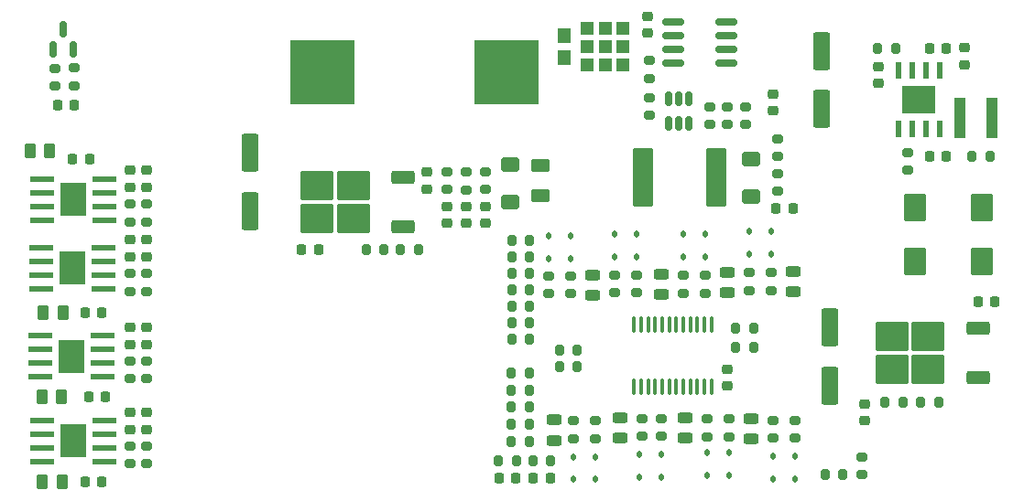
<source format=gbr>
%TF.GenerationSoftware,KiCad,Pcbnew,7.0.2*%
%TF.CreationDate,2023-07-18T21:54:39+02:00*%
%TF.ProjectId,RocciShield,526f6363-6953-4686-9965-6c642e6b6963,rev?*%
%TF.SameCoordinates,Original*%
%TF.FileFunction,Paste,Top*%
%TF.FilePolarity,Positive*%
%FSLAX46Y46*%
G04 Gerber Fmt 4.6, Leading zero omitted, Abs format (unit mm)*
G04 Created by KiCad (PCBNEW 7.0.2) date 2023-07-18 21:54:39*
%MOMM*%
%LPD*%
G01*
G04 APERTURE LIST*
G04 Aperture macros list*
%AMRoundRect*
0 Rectangle with rounded corners*
0 $1 Rounding radius*
0 $2 $3 $4 $5 $6 $7 $8 $9 X,Y pos of 4 corners*
0 Add a 4 corners polygon primitive as box body*
4,1,4,$2,$3,$4,$5,$6,$7,$8,$9,$2,$3,0*
0 Add four circle primitives for the rounded corners*
1,1,$1+$1,$2,$3*
1,1,$1+$1,$4,$5*
1,1,$1+$1,$6,$7*
1,1,$1+$1,$8,$9*
0 Add four rect primitives between the rounded corners*
20,1,$1+$1,$2,$3,$4,$5,0*
20,1,$1+$1,$4,$5,$6,$7,0*
20,1,$1+$1,$6,$7,$8,$9,0*
20,1,$1+$1,$8,$9,$2,$3,0*%
G04 Aperture macros list end*
%ADD10RoundRect,0.218750X0.256250X-0.218750X0.256250X0.218750X-0.256250X0.218750X-0.256250X-0.218750X0*%
%ADD11RoundRect,0.200000X0.275000X-0.200000X0.275000X0.200000X-0.275000X0.200000X-0.275000X-0.200000X0*%
%ADD12RoundRect,0.250000X0.850000X0.350000X-0.850000X0.350000X-0.850000X-0.350000X0.850000X-0.350000X0*%
%ADD13RoundRect,0.250000X1.275000X1.125000X-1.275000X1.125000X-1.275000X-1.125000X1.275000X-1.125000X0*%
%ADD14RoundRect,0.225000X-0.250000X0.225000X-0.250000X-0.225000X0.250000X-0.225000X0.250000X0.225000X0*%
%ADD15RoundRect,0.225000X-0.225000X-0.250000X0.225000X-0.250000X0.225000X0.250000X-0.225000X0.250000X0*%
%ADD16RoundRect,0.112500X-0.112500X0.187500X-0.112500X-0.187500X0.112500X-0.187500X0.112500X0.187500X0*%
%ADD17R,1.100000X3.700000*%
%ADD18RoundRect,0.250000X0.787500X1.025000X-0.787500X1.025000X-0.787500X-1.025000X0.787500X-1.025000X0*%
%ADD19RoundRect,0.100000X-0.100000X0.637500X-0.100000X-0.637500X0.100000X-0.637500X0.100000X0.637500X0*%
%ADD20RoundRect,0.200000X0.200000X0.275000X-0.200000X0.275000X-0.200000X-0.275000X0.200000X-0.275000X0*%
%ADD21RoundRect,0.150000X0.150000X-0.512500X0.150000X0.512500X-0.150000X0.512500X-0.150000X-0.512500X0*%
%ADD22RoundRect,0.112500X0.112500X-0.187500X0.112500X0.187500X-0.112500X0.187500X-0.112500X-0.187500X0*%
%ADD23RoundRect,0.200000X-0.275000X0.200000X-0.275000X-0.200000X0.275000X-0.200000X0.275000X0.200000X0*%
%ADD24RoundRect,0.250000X-0.550000X1.500000X-0.550000X-1.500000X0.550000X-1.500000X0.550000X1.500000X0*%
%ADD25RoundRect,0.218750X-0.256250X0.218750X-0.256250X-0.218750X0.256250X-0.218750X0.256250X0.218750X0*%
%ADD26RoundRect,0.200000X-0.200000X-0.275000X0.200000X-0.275000X0.200000X0.275000X-0.200000X0.275000X0*%
%ADD27RoundRect,0.250000X0.712500X2.475000X-0.712500X2.475000X-0.712500X-2.475000X0.712500X-2.475000X0*%
%ADD28RoundRect,0.250000X-0.262500X-0.450000X0.262500X-0.450000X0.262500X0.450000X-0.262500X0.450000X0*%
%ADD29RoundRect,0.243750X-0.456250X0.243750X-0.456250X-0.243750X0.456250X-0.243750X0.456250X0.243750X0*%
%ADD30RoundRect,0.218750X0.218750X0.256250X-0.218750X0.256250X-0.218750X-0.256250X0.218750X-0.256250X0*%
%ADD31RoundRect,0.243750X0.456250X-0.243750X0.456250X0.243750X-0.456250X0.243750X-0.456250X-0.243750X0*%
%ADD32RoundRect,0.225000X0.250000X-0.225000X0.250000X0.225000X-0.250000X0.225000X-0.250000X-0.225000X0*%
%ADD33RoundRect,0.250000X0.600000X-0.400000X0.600000X0.400000X-0.600000X0.400000X-0.600000X-0.400000X0*%
%ADD34RoundRect,0.225000X0.225000X0.250000X-0.225000X0.250000X-0.225000X-0.250000X0.225000X-0.250000X0*%
%ADD35R,1.200000X1.250000*%
%ADD36R,1.270000X1.400000*%
%ADD37R,2.200000X0.500000*%
%ADD38R,2.400000X3.100000*%
%ADD39RoundRect,0.150000X-0.825000X-0.150000X0.825000X-0.150000X0.825000X0.150000X-0.825000X0.150000X0*%
%ADD40RoundRect,0.250000X0.625000X-0.375000X0.625000X0.375000X-0.625000X0.375000X-0.625000X-0.375000X0*%
%ADD41RoundRect,0.250000X0.550000X-1.500000X0.550000X1.500000X-0.550000X1.500000X-0.550000X-1.500000X0*%
%ADD42RoundRect,0.150000X0.150000X-0.587500X0.150000X0.587500X-0.150000X0.587500X-0.150000X-0.587500X0*%
%ADD43R,6.000000X6.000000*%
%ADD44R,3.100000X2.600000*%
%ADD45R,0.600000X1.550000*%
G04 APERTURE END LIST*
D10*
%TO.C,D13*%
X130850000Y-119500000D03*
X130850000Y-121075000D03*
%TD*%
D11*
%TO.C,R44*%
X130850000Y-114735500D03*
X130850000Y-116385500D03*
%TD*%
D12*
%TO.C,U2*%
X209203000Y-116279000D03*
D13*
X204578000Y-115524000D03*
X204578000Y-112474000D03*
X201228000Y-115524000D03*
X201228000Y-112474000D03*
D12*
X209203000Y-111719000D03*
%TD*%
D14*
%TO.C,C7*%
X199978000Y-87499000D03*
X199978000Y-89049000D03*
%TD*%
D15*
%TO.C,C19*%
X168103000Y-125624000D03*
X169653000Y-125624000D03*
%TD*%
D16*
%TO.C,D11*%
X169544500Y-103154500D03*
X169544500Y-105254500D03*
%TD*%
D11*
%TO.C,R59*%
X130850000Y-106631000D03*
X130850000Y-108281000D03*
%TD*%
D17*
%TO.C,L1*%
X207478000Y-92274000D03*
X210478000Y-92274000D03*
%TD*%
D18*
%TO.C,C4*%
X209590500Y-105524000D03*
X203365500Y-105524000D03*
%TD*%
D19*
%TO.C,U5*%
X184549500Y-111371000D03*
X183899500Y-111371000D03*
X183249500Y-111371000D03*
X182599500Y-111371000D03*
X181949500Y-111371000D03*
X181299500Y-111371000D03*
X180649500Y-111371000D03*
X179999500Y-111371000D03*
X179349500Y-111371000D03*
X178699500Y-111371000D03*
X178049500Y-111371000D03*
X177399500Y-111371000D03*
X177399500Y-117096000D03*
X178049500Y-117096000D03*
X178699500Y-117096000D03*
X179349500Y-117096000D03*
X179999500Y-117096000D03*
X180649500Y-117096000D03*
X181299500Y-117096000D03*
X181949500Y-117096000D03*
X182599500Y-117096000D03*
X183249500Y-117096000D03*
X183899500Y-117096000D03*
X184549500Y-117096000D03*
%TD*%
D20*
%TO.C,R34*%
X167749500Y-103548500D03*
X166099500Y-103548500D03*
%TD*%
%TO.C,R3*%
X167749500Y-112692500D03*
X166099500Y-112692500D03*
%TD*%
D14*
%TO.C,C10*%
X198728000Y-118749000D03*
X198728000Y-120299000D03*
%TD*%
D21*
%TO.C,U4*%
X180558000Y-92760000D03*
X181508000Y-92760000D03*
X182458000Y-92760000D03*
X182458000Y-90485000D03*
X181508000Y-90485000D03*
X180558000Y-90485000D03*
%TD*%
D22*
%TO.C,D25*%
X184164000Y-125349500D03*
X184164000Y-123249500D03*
%TD*%
D23*
%TO.C,R62*%
X192292000Y-120222000D03*
X192292000Y-121872000D03*
%TD*%
D20*
%TO.C,R50*%
X167703000Y-122224000D03*
X166053000Y-122224000D03*
%TD*%
D11*
%TO.C,R22*%
X177672500Y-108410000D03*
X177672500Y-106760000D03*
%TD*%
D24*
%TO.C,C14*%
X141884400Y-95481000D03*
X141884400Y-100881000D03*
%TD*%
D10*
%TO.C,D18*%
X132374000Y-113211500D03*
X132374000Y-111636500D03*
%TD*%
D23*
%TO.C,R7*%
X202728000Y-95449000D03*
X202728000Y-97099000D03*
%TD*%
D25*
%TO.C,D23*%
X130850000Y-97100000D03*
X130850000Y-98675000D03*
%TD*%
%TO.C,D6*%
X160078000Y-100436500D03*
X160078000Y-102011500D03*
%TD*%
D20*
%TO.C,R5*%
X210303000Y-95774000D03*
X208653000Y-95774000D03*
%TD*%
D26*
%TO.C,R6*%
X199903000Y-85774000D03*
X201553000Y-85774000D03*
%TD*%
D15*
%TO.C,C3*%
X204703000Y-95774000D03*
X206253000Y-95774000D03*
%TD*%
D27*
%TO.C,F9*%
X185003000Y-97774000D03*
X178228000Y-97774000D03*
%TD*%
D28*
%TO.C,R45*%
X124484000Y-118086500D03*
X122659000Y-118086500D03*
%TD*%
D11*
%TO.C,R11*%
X181990500Y-108454500D03*
X181990500Y-106804500D03*
%TD*%
D22*
%TO.C,D30*%
X192292000Y-125653000D03*
X192292000Y-123553000D03*
%TD*%
D16*
%TO.C,D9*%
X175640500Y-103008000D03*
X175640500Y-105108000D03*
%TD*%
D15*
%TO.C,C20*%
X164903000Y-125624000D03*
X166453000Y-125624000D03*
%TD*%
D29*
%TO.C,F7*%
X176148500Y-119978500D03*
X176148500Y-121853500D03*
%TD*%
D30*
%TO.C,D17*%
X125665500Y-91024000D03*
X124090500Y-91024000D03*
%TD*%
D25*
%TO.C,D19*%
X130850000Y-111636500D03*
X130850000Y-113211500D03*
%TD*%
D23*
%TO.C,R29*%
X198478000Y-123624000D03*
X198478000Y-125274000D03*
%TD*%
D28*
%TO.C,R37*%
X124540500Y-125904000D03*
X122715500Y-125904000D03*
%TD*%
D10*
%TO.C,D28*%
X132374000Y-105107000D03*
X132374000Y-103532000D03*
%TD*%
D28*
%TO.C,R60*%
X124602000Y-110269500D03*
X122777000Y-110269500D03*
%TD*%
D25*
%TO.C,D14*%
X132374000Y-121075000D03*
X132374000Y-119500000D03*
%TD*%
D20*
%TO.C,R27*%
X167749500Y-106596500D03*
X166099500Y-106596500D03*
%TD*%
%TO.C,R33*%
X167749500Y-105072500D03*
X166099500Y-105072500D03*
%TD*%
D16*
%TO.C,D10*%
X177672500Y-102979000D03*
X177672500Y-105079000D03*
%TD*%
D25*
%TO.C,D7*%
X161878000Y-100436500D03*
X161878000Y-102011500D03*
%TD*%
D16*
%TO.C,D1*%
X188086500Y-102735500D03*
X188086500Y-104835500D03*
%TD*%
D11*
%TO.C,R35*%
X130850000Y-124249000D03*
X130850000Y-122599000D03*
%TD*%
D14*
%TO.C,C22*%
X190278000Y-90049000D03*
X190278000Y-91599000D03*
%TD*%
D11*
%TO.C,R2*%
X188086500Y-108200500D03*
X188086500Y-106550500D03*
%TD*%
D23*
%TO.C,R46*%
X178180500Y-120075500D03*
X178180500Y-121725500D03*
%TD*%
D11*
%TO.C,R65*%
X178780000Y-92002500D03*
X178780000Y-90352500D03*
%TD*%
D20*
%TO.C,R57*%
X167703000Y-119024000D03*
X166053000Y-119024000D03*
%TD*%
D25*
%TO.C,D8*%
X163678000Y-100436500D03*
X163678000Y-102011500D03*
%TD*%
D23*
%TO.C,R13*%
X187728000Y-91199000D03*
X187728000Y-92849000D03*
%TD*%
D31*
%TO.C,F5*%
X173608500Y-108630000D03*
X173608500Y-106755000D03*
%TD*%
D23*
%TO.C,R67*%
X190678000Y-94174000D03*
X190678000Y-95824000D03*
%TD*%
D20*
%TO.C,R24*%
X205546000Y-118570000D03*
X203896000Y-118570000D03*
%TD*%
D11*
%TO.C,R51*%
X132374000Y-101849000D03*
X132374000Y-100199000D03*
%TD*%
D28*
%TO.C,R53*%
X121555500Y-95264000D03*
X123380500Y-95264000D03*
%TD*%
D10*
%TO.C,D22*%
X132374000Y-98675000D03*
X132374000Y-97100000D03*
%TD*%
D11*
%TO.C,R58*%
X132374000Y-106631000D03*
X132374000Y-108281000D03*
%TD*%
D32*
%TO.C,C6*%
X186054500Y-117053500D03*
X186054500Y-115503500D03*
%TD*%
D33*
%TO.C,D26*%
X165978000Y-100024000D03*
X165978000Y-96524000D03*
%TD*%
D11*
%TO.C,R43*%
X132374000Y-114735500D03*
X132374000Y-116385500D03*
%TD*%
D23*
%TO.C,R26*%
X184368000Y-91199000D03*
X184368000Y-92849000D03*
%TD*%
D34*
%TO.C,C15*%
X128226000Y-125904000D03*
X126676000Y-125904000D03*
%TD*%
D29*
%TO.C,F8*%
X182132000Y-119981500D03*
X182132000Y-121856500D03*
%TD*%
D20*
%TO.C,R32*%
X196700000Y-125275000D03*
X195050000Y-125275000D03*
%TD*%
%TO.C,R56*%
X167703000Y-117424000D03*
X166053000Y-117424000D03*
%TD*%
D16*
%TO.C,D4*%
X181990500Y-103023500D03*
X181990500Y-105123500D03*
%TD*%
D22*
%TO.C,D31*%
X190260000Y-125653000D03*
X190260000Y-123553000D03*
%TD*%
D11*
%TO.C,R36*%
X132374000Y-124249000D03*
X132374000Y-122599000D03*
%TD*%
%TO.C,R42*%
X125665500Y-89246000D03*
X125665500Y-87596000D03*
%TD*%
D35*
%TO.C,D32*%
X173028000Y-87324000D03*
X174718000Y-87324000D03*
X176378000Y-87324000D03*
X173028000Y-85624000D03*
X174718000Y-85624000D03*
X176378000Y-85624000D03*
X173028000Y-83924000D03*
X174718000Y-83924000D03*
X176378000Y-83924000D03*
D36*
X170913000Y-86664000D03*
X170913000Y-84584000D03*
%TD*%
D23*
%TO.C,R66*%
X190678000Y-97374000D03*
X190678000Y-99024000D03*
%TD*%
D32*
%TO.C,C21*%
X207978000Y-87299000D03*
X207978000Y-85749000D03*
%TD*%
D31*
%TO.C,F1*%
X192150500Y-108313000D03*
X192150500Y-106438000D03*
%TD*%
D33*
%TO.C,D27*%
X188228000Y-99524000D03*
X188228000Y-96024000D03*
%TD*%
D20*
%TO.C,R9*%
X188466500Y-111693500D03*
X186816500Y-111693500D03*
%TD*%
D34*
%TO.C,C17*%
X127053000Y-96026000D03*
X125503000Y-96026000D03*
%TD*%
D12*
%TO.C,U3*%
X156078000Y-97744000D03*
D13*
X148103000Y-98499000D03*
X148103000Y-101549000D03*
X151453000Y-98499000D03*
X151453000Y-101549000D03*
D12*
X156078000Y-102304000D03*
%TD*%
D11*
%TO.C,R16*%
X160078000Y-98849000D03*
X160078000Y-97199000D03*
%TD*%
D16*
%TO.C,D12*%
X171576500Y-103154500D03*
X171576500Y-105254500D03*
%TD*%
D37*
%TO.C,U9*%
X128331000Y-104216500D03*
X128331000Y-105486500D03*
X128331000Y-106756500D03*
X128331000Y-108026500D03*
X122581000Y-108026500D03*
X122581000Y-106756500D03*
X122581000Y-105486500D03*
X122581000Y-104216500D03*
D38*
X125456000Y-106121500D03*
%TD*%
%TO.C,U7*%
X125404000Y-114306500D03*
D37*
X122529000Y-112401500D03*
X122529000Y-113671500D03*
X122529000Y-114941500D03*
X122529000Y-116211500D03*
X128279000Y-116211500D03*
X128279000Y-114941500D03*
X128279000Y-113671500D03*
X128279000Y-112401500D03*
%TD*%
D23*
%TO.C,R54*%
X184164000Y-120109500D03*
X184164000Y-121759500D03*
%TD*%
D15*
%TO.C,C9*%
X209228000Y-109274000D03*
X210778000Y-109274000D03*
%TD*%
D22*
%TO.C,D15*%
X173862500Y-125716000D03*
X173862500Y-123616000D03*
%TD*%
D11*
%TO.C,R30*%
X171576500Y-108517500D03*
X171576500Y-106867500D03*
%TD*%
D15*
%TO.C,C13*%
X148213000Y-104424000D03*
X146663000Y-104424000D03*
%TD*%
D39*
%TO.C,Q1*%
X181003000Y-83369000D03*
X181003000Y-84639000D03*
X181003000Y-85909000D03*
X181003000Y-87179000D03*
X185953000Y-87179000D03*
X185953000Y-85909000D03*
X185953000Y-84639000D03*
X185953000Y-83369000D03*
%TD*%
D20*
%TO.C,R49*%
X167703000Y-120624000D03*
X166053000Y-120624000D03*
%TD*%
%TO.C,R12*%
X167749500Y-109644500D03*
X166099500Y-109644500D03*
%TD*%
D40*
%TO.C,F11*%
X168728000Y-99424000D03*
X168728000Y-96624000D03*
%TD*%
D23*
%TO.C,R47*%
X179958500Y-120075500D03*
X179958500Y-121725500D03*
%TD*%
D22*
%TO.C,D20*%
X179958500Y-125477500D03*
X179958500Y-123377500D03*
%TD*%
D18*
%TO.C,C5*%
X209590500Y-100524000D03*
X203365500Y-100524000D03*
%TD*%
D22*
%TO.C,D24*%
X186196000Y-125349500D03*
X186196000Y-123249500D03*
%TD*%
D23*
%TO.C,R14*%
X178780000Y-86924500D03*
X178780000Y-88574500D03*
%TD*%
D22*
%TO.C,D16*%
X171830500Y-125716000D03*
X171830500Y-123616000D03*
%TD*%
D23*
%TO.C,R61*%
X190260000Y-120222000D03*
X190260000Y-121872000D03*
%TD*%
D11*
%TO.C,R18*%
X163678000Y-98849000D03*
X163678000Y-97199000D03*
%TD*%
D38*
%TO.C,U8*%
X125579000Y-99804500D03*
D37*
X122704000Y-97899500D03*
X122704000Y-99169500D03*
X122704000Y-100439500D03*
X122704000Y-101709500D03*
X128454000Y-101709500D03*
X128454000Y-100439500D03*
X128454000Y-99169500D03*
X128454000Y-97899500D03*
%TD*%
D22*
%TO.C,D21*%
X177926500Y-125477500D03*
X177926500Y-123377500D03*
%TD*%
D41*
%TO.C,C11*%
X195478000Y-117024000D03*
X195478000Y-111624000D03*
%TD*%
D15*
%TO.C,C2*%
X204703000Y-85774000D03*
X206253000Y-85774000D03*
%TD*%
D23*
%TO.C,R39*%
X173862500Y-120285000D03*
X173862500Y-121935000D03*
%TD*%
D20*
%TO.C,R63*%
X172130500Y-115232500D03*
X170480500Y-115232500D03*
%TD*%
%TO.C,R4*%
X172130500Y-113708500D03*
X170480500Y-113708500D03*
%TD*%
D16*
%TO.C,D2*%
X190118500Y-102769500D03*
X190118500Y-104869500D03*
%TD*%
D11*
%TO.C,R19*%
X185978000Y-92849000D03*
X185978000Y-91199000D03*
%TD*%
D20*
%TO.C,R40*%
X166503000Y-124024000D03*
X164853000Y-124024000D03*
%TD*%
D24*
%TO.C,C1*%
X194728000Y-86024000D03*
X194728000Y-91424000D03*
%TD*%
D42*
%TO.C,Q2*%
X123699500Y-85865500D03*
X125599500Y-85865500D03*
X124649500Y-83990500D03*
%TD*%
D20*
%TO.C,R21*%
X152613000Y-104424000D03*
X154263000Y-104424000D03*
%TD*%
D11*
%TO.C,R10*%
X184022500Y-108454500D03*
X184022500Y-106804500D03*
%TD*%
D20*
%TO.C,R25*%
X155813000Y-104424000D03*
X157463000Y-104424000D03*
%TD*%
D16*
%TO.C,D5*%
X184022500Y-103023500D03*
X184022500Y-105123500D03*
%TD*%
D20*
%TO.C,R64*%
X167703000Y-115824000D03*
X166053000Y-115824000D03*
%TD*%
D11*
%TO.C,R17*%
X161878000Y-98889000D03*
X161878000Y-97239000D03*
%TD*%
%TO.C,R23*%
X175640500Y-108439000D03*
X175640500Y-106789000D03*
%TD*%
D29*
%TO.C,F10*%
X188228000Y-120075500D03*
X188228000Y-121950500D03*
%TD*%
D11*
%TO.C,R31*%
X169544500Y-108517500D03*
X169544500Y-106867500D03*
%TD*%
%TO.C,R1*%
X190118500Y-108200500D03*
X190118500Y-106550500D03*
%TD*%
D20*
%TO.C,R8*%
X188466500Y-113471500D03*
X186816500Y-113471500D03*
%TD*%
D43*
%TO.C,F2*%
X148578000Y-88024000D03*
X165578000Y-88024000D03*
%TD*%
D23*
%TO.C,R55*%
X186196000Y-120109500D03*
X186196000Y-121759500D03*
%TD*%
%TO.C,R38*%
X171830500Y-120285000D03*
X171830500Y-121935000D03*
%TD*%
D14*
%TO.C,C12*%
X158278000Y-98799000D03*
X158278000Y-97249000D03*
%TD*%
D44*
%TO.C,U1*%
X203728000Y-90524000D03*
D45*
X205633000Y-87824000D03*
X204363000Y-87824000D03*
X203093000Y-87824000D03*
X201823000Y-87824000D03*
X201823000Y-93224000D03*
X203093000Y-93224000D03*
X204363000Y-93224000D03*
X205633000Y-93224000D03*
%TD*%
D20*
%TO.C,R28*%
X167749500Y-108120500D03*
X166099500Y-108120500D03*
%TD*%
%TO.C,R15*%
X167749500Y-111168500D03*
X166099500Y-111168500D03*
%TD*%
D11*
%TO.C,R52*%
X130850000Y-101849000D03*
X130850000Y-100199000D03*
%TD*%
D31*
%TO.C,F4*%
X179958500Y-108551500D03*
X179958500Y-106676500D03*
%TD*%
D25*
%TO.C,D29*%
X130850000Y-103532000D03*
X130850000Y-105107000D03*
%TD*%
D34*
%TO.C,C16*%
X126621000Y-110269500D03*
X128171000Y-110269500D03*
%TD*%
%TO.C,C18*%
X126977000Y-118086500D03*
X128527000Y-118086500D03*
%TD*%
D20*
%TO.C,R20*%
X202244000Y-118570000D03*
X200594000Y-118570000D03*
%TD*%
D15*
%TO.C,C23*%
X190528000Y-100624000D03*
X192078000Y-100624000D03*
%TD*%
D29*
%TO.C,F6*%
X170052500Y-120206500D03*
X170052500Y-122081500D03*
%TD*%
D31*
%TO.C,F3*%
X186054500Y-108376000D03*
X186054500Y-106501000D03*
%TD*%
D38*
%TO.C,U6*%
X125548000Y-122124000D03*
D37*
X122673000Y-120219000D03*
X122673000Y-121489000D03*
X122673000Y-122759000D03*
X122673000Y-124029000D03*
X128423000Y-124029000D03*
X128423000Y-122759000D03*
X128423000Y-121489000D03*
X128423000Y-120219000D03*
%TD*%
D20*
%TO.C,R41*%
X169703000Y-124024000D03*
X168053000Y-124024000D03*
%TD*%
D23*
%TO.C,R48*%
X123887500Y-87659000D03*
X123887500Y-89309000D03*
%TD*%
D32*
%TO.C,C8*%
X178678000Y-84399000D03*
X178678000Y-82849000D03*
%TD*%
M02*

</source>
